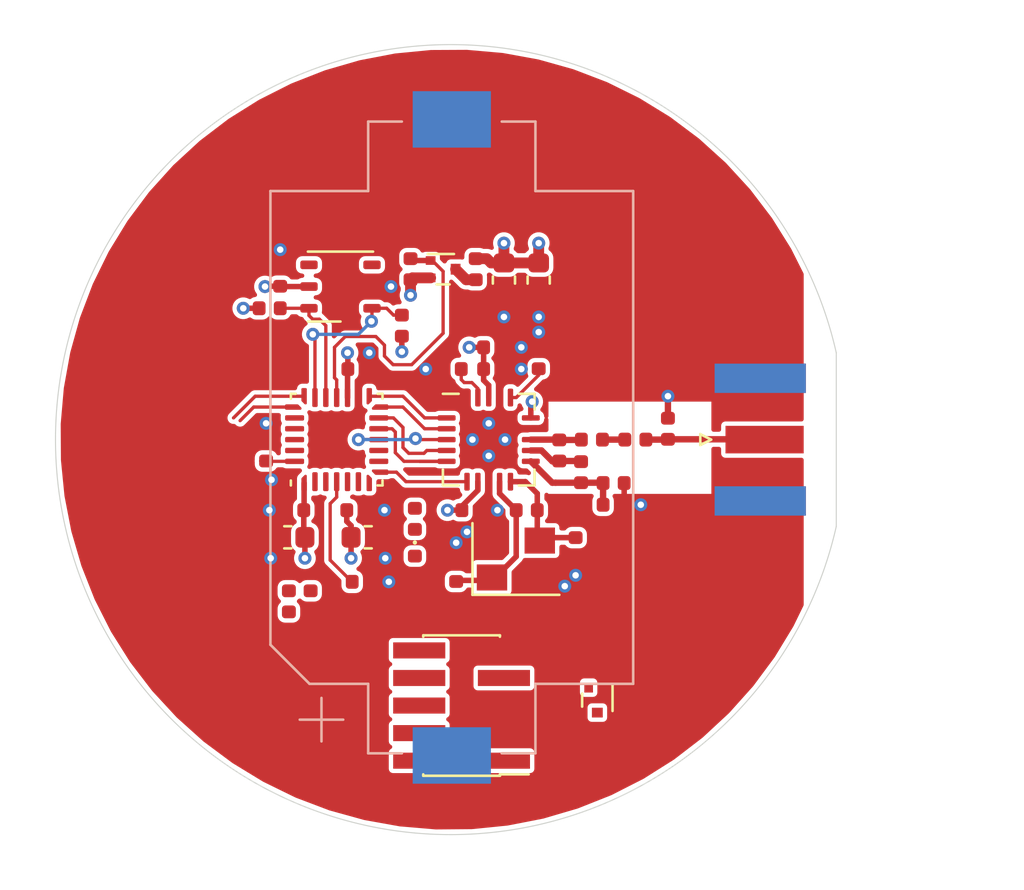
<source format=kicad_pcb>
(kicad_pcb (version 20171130) (host pcbnew 5.1.6)
  (layers (0 F.Cu signal) (1 In1.Cu power hide) (2 In2.Cu power hide) (31 B.Cu signal hide) (34 B.Paste user hide) (35 F.Paste user) (36 B.SilkS user hide) (37 F.SilkS user) (38 B.Mask user hide) (39 F.Mask user hide) (44 Edge.Cuts user))
  (net 0 "")
  (net 1 GND)
  (net 2 /NRST)
  (net 3 "Net-(C10-Pad2)")
  (net 4 "Net-(C12-Pad1)")
  (net 5 "Net-(C13-Pad1)")
  (net 6 "Net-(C14-Pad1)")
  (net 7 "Net-(C16-Pad2)")
  (net 8 "Net-(C16-Pad1)")
  (net 9 "Net-(J1-Pad8)")
  (net 10 "Net-(J1-Pad7)")
  (net 11 "Net-(J1-Pad6)")
  (net 12 /SWCLK)
  (net 13 /SWDIO)
  (net 14 "Net-(L2-Pad2)")
  (net 15 "Net-(L2-Pad1)")
  (net 16 /LED_STATUS)
  (net 17 "Net-(LD1-Pad1)")
  (net 18 "Net-(Q1-Pad3)")
  (net 19 /NRF_PWR)
  (net 20 /I2C_SCL)
  (net 21 /I2C_SDA)
  (net 22 /BOOT0)
  (net 23 "Net-(R6-Pad1)")
  (net 24 /BAT_LEVEL)
  (net 25 "Net-(U1-Pad4)")
  (net 26 "Net-(U1-Pad3)")
  (net 27 "Net-(U2-Pad26)")
  (net 28 "Net-(U2-Pad25)")
  (net 29 "Net-(U2-Pad24)")
  (net 30 "Net-(U2-Pad23)")
  (net 31 /SPI_MOSI)
  (net 32 /SPI_MISO)
  (net 33 /SPI_SCK)
  (net 34 /NRF_IRQ)
  (net 35 /NRF_CE)
  (net 36 "Net-(U2-Pad3)")
  (net 37 "Net-(U2-Pad2)")
  (net 38 "Net-(BT1-Pad1)")
  (net 39 VCC)
  (net 40 "Net-(U2-Pad9)")
  (net 41 "Net-(U2-Pad10)")
  (net 42 /NRF_CSN)
  (net 43 +VSW)
  (module Resistor_SMD:R_0402_1005Metric (layer F.Cu) (at 179.1 93.1 270)
    (fp_text reference R7)
    (fp_text value 10R)
    (pad 2 smd roundrect (at 0.485 0 270) (size 0.59 0.64) (layers F.Cu F.Paste F.Mask) (net 1 GND))
    (pad 1 smd roundrect (at -0.485 0 270) (size 0.59 0.64) (layers F.Cu F.Paste F.Mask) (net 17 "Net-(LD1-Pad1)"))
  )
  (module LED_SMD:LED_0402_1005Metric (layer F.Cu) (at 179.1 90.9 90)
    (fp_text reference LD1)
    (fp_text value BLUE)
    (fp_circle (center -1.09 0) (end -1.04 0) (layer F.SilkS) (width 0.1))
    (pad 2 smd roundrect (at 0.485 0 90) (size 0.59 0.64) (layers F.Cu F.Paste F.Mask) (net 16 /LED_STATUS))
    (pad 1 smd roundrect (at -0.485 0 90) (size 0.59 0.64) (layers F.Cu F.Paste F.Mask) (net 17 "Net-(LD1-Pad1)"))
  )
  (module Capacitor_SMD:C_0603_1608Metric (layer F.Cu) (at 184.8 79.9 270)
    (fp_text reference C19)
    (fp_text value TBD)
    (fp_line (start -0.162779 -0.51) (end 0.162779 -0.51) (layer F.SilkS) (width 0.12))
    (fp_line (start -0.162779 0.51) (end 0.162779 0.51) (layer F.SilkS) (width 0.12))
    (pad 2 smd roundrect (at 0.7875 0 270) (size 0.875 0.95) (layers F.Cu F.Paste F.Mask) (net 1 GND))
    (pad 1 smd roundrect (at -0.7875 0 270) (size 0.875 0.95) (layers F.Cu F.Paste F.Mask) (net 43 +VSW))
  )
  (module Package_TO_SOT_SMD:SOT-723 (layer F.Cu) (at 187.5 99.25 270)
    (fp_text reference Q2)
    (fp_text value NTK3139P)
    (fp_line (start 0.5 -0.7) (end -0.7 -0.7) (layer F.SilkS) (width 0.12))
    (fp_line (start -0.7 -0.7) (end -0.7 -0.7) (layer F.SilkS) (width 0.12))
    (fp_line (start 0.3 0.7) (end -0.3 0.7) (layer F.SilkS) (width 0.12))
    (pad 3 smd rect (at 0.575 0 270) (size 0.45 0.5) (layers F.Cu F.Paste F.Mask) (net 38 "Net-(BT1-Pad1)"))
    (pad 2 smd rect (at -0.575 0.4 270) (size 0.45 0.4) (layers F.Cu F.Paste F.Mask) (net 39 VCC))
    (pad 1 smd rect (at -0.575 -0.4 270) (size 0.45 0.4) (layers F.Cu F.Paste F.Mask) (net 1 GND))
  )
  (module Package_TO_SOT_SMD:SOT-723 (layer F.Cu) (at 180.4 79.4)
    (fp_text reference Q1)
    (fp_text value NTK3139P)
    (fp_line (start 0.5 -0.7) (end -0.7 -0.7) (layer F.SilkS) (width 0.12))
    (fp_line (start -0.7 -0.7) (end -0.7 -0.7) (layer F.SilkS) (width 0.12))
    (fp_line (start 0.3 0.7) (end -0.3 0.7) (layer F.SilkS) (width 0.12))
    (pad 3 smd rect (at 0.575 0) (size 0.45 0.5) (layers F.Cu F.Paste F.Mask) (net 18 "Net-(Q1-Pad3)"))
    (pad 2 smd rect (at -0.575 0.4) (size 0.45 0.4) (layers F.Cu F.Paste F.Mask) (net 39 VCC))
    (pad 1 smd rect (at -0.575 -0.4) (size 0.45 0.4) (layers F.Cu F.Paste F.Mask) (net 19 /NRF_PWR))
  )
  (module Capacitor_SMD:C_0402_1005Metric (layer F.Cu) (at 181.75 90.5 180)
    (fp_text reference C18)
    (fp_text value 10nF)
    (pad 2 smd roundrect (at 0.485 0 180) (size 0.59 0.64) (layers F.Cu F.Paste F.Mask) (net 43 +VSW))
    (pad 1 smd roundrect (at -0.485 0 180) (size 0.59 0.64) (layers F.Cu F.Paste F.Mask) (net 1 GND))
  )
  (module Connector_Coaxial:SMA_Samtec_SMA-J-P-H-ST-EM1_EdgeMount (layer F.Cu) (at 195 87.25)
    (fp_text reference J2)
    (fp_text value SMA)
    (fp_line (start -2.26 0) (end -2.76 -0.25) (layer F.SilkS) (width 0.12))
    (fp_line (start -2.76 -0.25) (end -2.76 0.25) (layer F.SilkS) (width 0.12))
    (fp_line (start -2.76 0.25) (end -2.26 0) (layer F.SilkS) (width 0.12))
    (pad 1 smd rect (at 0.2 0 90) (size 1.27 3.6) (layers F.Cu F.Paste F.Mask) (net 8 "Net-(C16-Pad1)"))
    (pad 2 smd rect (at 0 -2.825 90) (size 1.35 4.2) (layers F.Cu F.Paste F.Mask) (net 1 GND))
    (pad 2 smd rect (at 0 2.825 90) (size 1.35 4.2) (layers F.Cu F.Paste F.Mask) (net 1 GND))
    (pad 2 smd rect (at 0 -2.825 90) (size 1.35 4.2) (layers B.Cu B.Paste B.Mask) (net 1 GND))
    (pad 2 smd rect (at 0 2.825 90) (size 1.35 4.2) (layers B.Cu B.Paste B.Mask) (net 1 GND))
  )
  (module Resistor_SMD:R_0402_1005Metric (layer F.Cu) (at 178.5 82 90)
    (fp_text reference R2)
    (fp_text value 4k7)
    (pad 1 smd roundrect (at -0.485 0 90) (size 0.59 0.64) (layers F.Cu F.Paste F.Mask) (net 39 VCC))
    (pad 2 smd roundrect (at 0.485 0 90) (size 0.59 0.64) (layers F.Cu F.Paste F.Mask) (net 21 /I2C_SDA))
  )
  (module Resistor_SMD:R_0402_1005Metric (layer F.Cu) (at 172.415 81.2)
    (fp_text reference R1)
    (fp_text value 4k7)
    (pad 1 smd roundrect (at -0.485 0) (size 0.59 0.64) (layers F.Cu F.Paste F.Mask) (net 39 VCC))
    (pad 2 smd roundrect (at 0.485 0) (size 0.59 0.64) (layers F.Cu F.Paste F.Mask) (net 20 /I2C_SCL))
  )
  (module Resistor_SMD:R_0402_1005Metric (layer F.Cu) (at 174.3 94.7 270)
    (fp_text reference R9)
    (fp_text value TBD)
    (pad 2 smd roundrect (at 0.485 0 270) (size 0.59 0.64) (layers F.Cu F.Paste F.Mask) (net 1 GND))
    (pad 1 smd roundrect (at -0.485 0 270) (size 0.59 0.64) (layers F.Cu F.Paste F.Mask) (net 24 /BAT_LEVEL))
  )
  (module Resistor_SMD:R_0402_1005Metric (layer F.Cu) (at 173.3 94.7 90)
    (fp_text reference R8)
    (fp_text value TBD)
    (pad 2 smd roundrect (at 0.485 0 90) (size 0.59 0.64) (layers F.Cu F.Paste F.Mask) (net 24 /BAT_LEVEL))
    (pad 1 smd roundrect (at -0.485 0 90) (size 0.59 0.64) (layers F.Cu F.Paste F.Mask) (net 39 VCC))
  )
  (module Resistor_SMD:R_0402_1005Metric (layer F.Cu) (at 181.9 79.4 270)
    (fp_text reference R5)
    (fp_text value TBD)
    (pad 2 smd roundrect (at 0.485 0 270) (size 0.59 0.64) (layers F.Cu F.Paste F.Mask) (net 18 "Net-(Q1-Pad3)"))
    (pad 1 smd roundrect (at -0.485 0 270) (size 0.59 0.64) (layers F.Cu F.Paste F.Mask) (net 43 +VSW))
  )
  (module Resistor_SMD:R_0402_1005Metric (layer F.Cu) (at 178.9 79.4 90)
    (fp_text reference R4)
    (fp_text value 1M)
    (pad 2 smd roundrect (at 0.485 0 90) (size 0.59 0.64) (layers F.Cu F.Paste F.Mask) (net 19 /NRF_PWR))
    (pad 1 smd roundrect (at -0.485 0 90) (size 0.59 0.64) (layers F.Cu F.Paste F.Mask) (net 39 VCC))
  )
  (module Resistor_SMD:R_0402_1005Metric (layer F.Cu) (at 172.25 87.75 90)
    (fp_text reference R3)
    (fp_text value 0R)
    (pad 1 smd roundrect (at -0.485 0 90) (size 0.59 0.64) (layers F.Cu F.Paste F.Mask) (net 22 /BOOT0))
    (pad 2 smd roundrect (at 0.485 0 90) (size 0.59 0.64) (layers F.Cu F.Paste F.Mask) (net 1 GND))
  )
  (module Resistor_SMD:R_0402_1005Metric (layer F.Cu) (at 184.8 83.5 90)
    (fp_text reference R6)
    (fp_text value 22k)
    (pad 2 smd roundrect (at 0.485 0 90) (size 0.59 0.64) (layers F.Cu F.Paste F.Mask) (net 1 GND))
    (pad 1 smd roundrect (at -0.485 0 90) (size 0.59 0.64) (layers F.Cu F.Paste F.Mask) (net 23 "Net-(R6-Pad1)"))
  )
  (module Resistor_SMD:R_0402_1005Metric (layer F.Cu) (at 184.25 90.5 180)
    (fp_text reference R10)
    (fp_text value 1M)
    (pad 2 smd roundrect (at 0.485 0 180) (size 0.59 0.64) (layers F.Cu F.Paste F.Mask) (net 4 "Net-(C12-Pad1)"))
    (pad 1 smd roundrect (at -0.485 0 180) (size 0.59 0.64) (layers F.Cu F.Paste F.Mask) (net 6 "Net-(C14-Pad1)"))
  )
  (module Crystal:Crystal_SMD_3225-4Pin_3.2x2.5mm (layer F.Cu) (at 183.75 92.75)
    (fp_text reference Y1)
    (fp_text value 16MHz)
    (fp_line (start -2 -1.65) (end -2 1.65) (layer F.SilkS) (width 0.12))
    (fp_line (start -2 1.65) (end 2 1.65) (layer F.SilkS) (width 0.12))
    (pad 4 smd rect (at -1.1 -0.85) (size 1.4 1.2) (layers F.Cu F.Paste F.Mask) (net 1 GND))
    (pad 3 smd rect (at 1.1 -0.85) (size 1.4 1.2) (layers F.Cu F.Paste F.Mask) (net 6 "Net-(C14-Pad1)"))
    (pad 2 smd rect (at 1.1 0.85) (size 1.4 1.2) (layers F.Cu F.Paste F.Mask) (net 1 GND))
    (pad 1 smd rect (at -1.1 0.85) (size 1.4 1.2) (layers F.Cu F.Paste F.Mask) (net 4 "Net-(C12-Pad1)"))
  )
  (module Package_DFN_QFN:QFN-20-1EP_4x4mm_P0.5mm_EP2.5x2.5mm (layer F.Cu) (at 182.5 87.25)
    (fp_text reference U3)
    (fp_text value nRF24L01P)
    (fp_line (start 1.385 -2.11) (end 2.11 -2.11) (layer F.SilkS) (width 0.12))
    (fp_line (start 2.11 -2.11) (end 2.11 -1.385) (layer F.SilkS) (width 0.12))
    (fp_line (start -1.385 2.11) (end -2.11 2.11) (layer F.SilkS) (width 0.12))
    (fp_line (start -2.11 2.11) (end -2.11 1.385) (layer F.SilkS) (width 0.12))
    (fp_line (start 1.385 2.11) (end 2.11 2.11) (layer F.SilkS) (width 0.12))
    (fp_line (start 2.11 2.11) (end 2.11 1.385) (layer F.SilkS) (width 0.12))
    (fp_line (start -1.385 -2.11) (end -2.11 -2.11) (layer F.SilkS) (width 0.12))
    (pad 21 smd rect (at 0 0) (size 2.5 2.5) (layers F.Cu F.Mask) (net 1 GND))
    (pad 20 smd roundrect (at -1 -1.9375) (size 0.25 0.825) (layers F.Cu F.Paste F.Mask) (net 1 GND))
    (pad 19 smd roundrect (at -0.5 -1.9375) (size 0.25 0.825) (layers F.Cu F.Paste F.Mask) (net 3 "Net-(C10-Pad2)"))
    (pad 18 smd roundrect (at 0 -1.9375) (size 0.25 0.825) (layers F.Cu F.Paste F.Mask) (net 43 +VSW))
    (pad 17 smd roundrect (at 0.5 -1.9375) (size 0.25 0.825) (layers F.Cu F.Paste F.Mask) (net 1 GND))
    (pad 16 smd roundrect (at 1 -1.9375) (size 0.25 0.825) (layers F.Cu F.Paste F.Mask) (net 23 "Net-(R6-Pad1)"))
    (pad 15 smd roundrect (at 1.9375 -1) (size 0.825 0.25) (layers F.Cu F.Paste F.Mask) (net 43 +VSW))
    (pad 14 smd roundrect (at 1.9375 -0.5) (size 0.825 0.25) (layers F.Cu F.Paste F.Mask) (net 1 GND))
    (pad 13 smd roundrect (at 1.9375 0) (size 0.825 0.25) (layers F.Cu F.Paste F.Mask) (net 14 "Net-(L2-Pad2)"))
    (pad 12 smd roundrect (at 1.9375 0.5) (size 0.825 0.25) (layers F.Cu F.Paste F.Mask) (net 15 "Net-(L2-Pad1)"))
    (pad 11 smd roundrect (at 1.9375 1) (size 0.825 0.25) (layers F.Cu F.Paste F.Mask) (net 5 "Net-(C13-Pad1)"))
    (pad 10 smd roundrect (at 1 1.9375) (size 0.25 0.825) (layers F.Cu F.Paste F.Mask) (net 6 "Net-(C14-Pad1)"))
    (pad 9 smd roundrect (at 0.5 1.9375) (size 0.25 0.825) (layers F.Cu F.Paste F.Mask) (net 4 "Net-(C12-Pad1)"))
    (pad 8 smd roundrect (at 0 1.9375) (size 0.25 0.825) (layers F.Cu F.Paste F.Mask) (net 1 GND))
    (pad 7 smd roundrect (at -0.5 1.9375) (size 0.25 0.825) (layers F.Cu F.Paste F.Mask) (net 43 +VSW))
    (pad 6 smd roundrect (at -1 1.9375) (size 0.25 0.825) (layers F.Cu F.Paste F.Mask) (net 34 /NRF_IRQ))
    (pad 5 smd roundrect (at -1.9375 1) (size 0.825 0.25) (layers F.Cu F.Paste F.Mask) (net 32 /SPI_MISO))
    (pad 4 smd roundrect (at -1.9375 0.5) (size 0.825 0.25) (layers F.Cu F.Paste F.Mask) (net 31 /SPI_MOSI))
    (pad 3 smd roundrect (at -1.9375 0) (size 0.825 0.25) (layers F.Cu F.Paste F.Mask) (net 33 /SPI_SCK))
    (pad 2 smd roundrect (at -1.9375 -0.5) (size 0.825 0.25) (layers F.Cu F.Paste F.Mask) (net 42 /NRF_CSN))
    (pad 1 smd roundrect (at -1.9375 -1) (size 0.825 0.25) (layers F.Cu F.Paste F.Mask) (net 35 /NRF_CE))
  )
  (module Package_DFN_QFN:QFN-28_4x4mm_P0.5mm (layer F.Cu) (at 175.5 87.25 90)
    (fp_text reference U2)
    (fp_text value STM32L031G6Ux)
    (fp_line (start -1.885 -2.11) (end -2.11 -2.11) (layer F.SilkS) (width 0.12))
    (fp_line (start 2.11 2.11) (end 2.11 1.885) (layer F.SilkS) (width 0.12))
    (fp_line (start 1.885 2.11) (end 2.11 2.11) (layer F.SilkS) (width 0.12))
    (fp_line (start -2.11 2.11) (end -2.11 1.885) (layer F.SilkS) (width 0.12))
    (fp_line (start -1.885 2.11) (end -2.11 2.11) (layer F.SilkS) (width 0.12))
    (fp_line (start 2.11 -2.11) (end 2.11 -1.885) (layer F.SilkS) (width 0.12))
    (fp_line (start 1.885 -2.11) (end 2.11 -2.11) (layer F.SilkS) (width 0.12))
    (pad 1 smd custom (at -1.9975 -1.5 90) (size 0.136863 0.136863) (layers F.Cu F.Paste F.Mask) (net 39 VCC) (options (clearance outline) (anchor circle)) (primitives (gr_poly (pts (xy -0.3325 -0.08) (xy 0.19886 -0.08) (xy 0.3325 0.05364) (xy 0.3325 0.08) (xy -0.3325 0.08)) (width 0.09))))
    (pad 2 smd roundrect (at -1.9375 -1 90) (size 0.875 0.25) (layers F.Cu F.Paste F.Mask) (net 37 "Net-(U2-Pad2)"))
    (pad 3 smd roundrect (at -1.9375 -0.5 90) (size 0.875 0.25) (layers F.Cu F.Paste F.Mask) (net 36 "Net-(U2-Pad3)"))
    (pad 4 smd roundrect (at -1.9375 0 90) (size 0.875 0.25) (layers F.Cu F.Paste F.Mask) (net 2 /NRST))
    (pad 5 smd roundrect (at -1.9375 0.5 90) (size 0.875 0.25) (layers F.Cu F.Paste F.Mask) (net 39 VCC))
    (pad 6 smd roundrect (at -1.9375 1 90) (size 0.875 0.25) (layers F.Cu F.Paste F.Mask) (net 16 /LED_STATUS))
    (pad 7 smd custom (at -1.9975 1.5 90) (size 0.136863 0.136863) (layers F.Cu F.Paste F.Mask) (net 24 /BAT_LEVEL) (options (clearance outline) (anchor circle)) (primitives (gr_poly (pts (xy -0.3325 -0.08) (xy 0.3325 -0.08) (xy 0.3325 -0.05364) (xy 0.19886 0.08) (xy -0.3325 0.08)) (width 0.09))))
    (pad 8 smd custom (at -1.5 1.9975 90) (size 0.136863 0.136863) (layers F.Cu F.Paste F.Mask) (net 34 /NRF_IRQ) (options (clearance outline) (anchor circle)) (primitives (gr_poly (pts (xy -0.08 -0.19886) (xy 0.05364 -0.3325) (xy 0.08 -0.3325) (xy 0.08 0.3325) (xy -0.08 0.3325)) (width 0.09))))
    (pad 9 smd roundrect (at -1 1.9375 90) (size 0.25 0.875) (layers F.Cu F.Paste F.Mask) (net 40 "Net-(U2-Pad9)"))
    (pad 10 smd roundrect (at -0.5 1.9375 90) (size 0.25 0.875) (layers F.Cu F.Paste F.Mask) (net 41 "Net-(U2-Pad10)"))
    (pad 11 smd roundrect (at 0 1.9375 90) (size 0.25 0.875) (layers F.Cu F.Paste F.Mask) (net 33 /SPI_SCK))
    (pad 12 smd roundrect (at 0.5 1.9375 90) (size 0.25 0.875) (layers F.Cu F.Paste F.Mask) (net 32 /SPI_MISO))
    (pad 13 smd roundrect (at 1 1.9375 90) (size 0.25 0.875) (layers F.Cu F.Paste F.Mask) (net 31 /SPI_MOSI))
    (pad 14 smd custom (at 1.5 1.9975 90) (size 0.136863 0.136863) (layers F.Cu F.Paste F.Mask) (net 42 /NRF_CSN) (options (clearance outline) (anchor circle)) (primitives (gr_poly (pts (xy -0.08 -0.3325) (xy -0.05364 -0.3325) (xy 0.08 -0.19886) (xy 0.08 0.3325) (xy -0.08 0.3325)) (width 0.09))))
    (pad 15 smd custom (at 1.9975 1.5 90) (size 0.136863 0.136863) (layers F.Cu F.Paste F.Mask) (net 35 /NRF_CE) (options (clearance outline) (anchor circle)) (primitives (gr_poly (pts (xy -0.3325 -0.08) (xy 0.3325 -0.08) (xy 0.3325 0.08) (xy -0.19886 0.08) (xy -0.3325 -0.05364)) (width 0.09))))
    (pad 16 smd roundrect (at 1.9375 1 90) (size 0.875 0.25) (layers F.Cu F.Paste F.Mask) (net 1 GND))
    (pad 17 smd roundrect (at 1.9375 0.5 90) (size 0.875 0.25) (layers F.Cu F.Paste F.Mask) (net 39 VCC))
    (pad 18 smd roundrect (at 1.9375 0 90) (size 0.875 0.25) (layers F.Cu F.Paste F.Mask) (net 19 /NRF_PWR))
    (pad 19 smd roundrect (at 1.9375 -0.5 90) (size 0.875 0.25) (layers F.Cu F.Paste F.Mask) (net 20 /I2C_SCL))
    (pad 20 smd roundrect (at 1.9375 -1 90) (size 0.875 0.25) (layers F.Cu F.Paste F.Mask) (net 21 /I2C_SDA))
    (pad 21 smd custom (at 1.9975 -1.5 90) (size 0.136863 0.136863) (layers F.Cu F.Paste F.Mask) (net 13 /SWDIO) (options (clearance outline) (anchor circle)) (primitives (gr_poly (pts (xy -0.3325 0.05364) (xy -0.19886 -0.08) (xy 0.3325 -0.08) (xy 0.3325 0.08) (xy -0.3325 0.08)) (width 0.09))))
    (pad 22 smd custom (at 1.5 -1.9975 90) (size 0.136863 0.136863) (layers F.Cu F.Paste F.Mask) (net 12 /SWCLK) (options (clearance outline) (anchor circle)) (primitives (gr_poly (pts (xy -0.08 -0.3325) (xy 0.08 -0.3325) (xy 0.08 0.19886) (xy -0.05364 0.3325) (xy -0.08 0.3325)) (width 0.09))))
    (pad 23 smd roundrect (at 1 -1.9375 90) (size 0.25 0.875) (layers F.Cu F.Paste F.Mask) (net 30 "Net-(U2-Pad23)"))
    (pad 24 smd roundrect (at 0.5 -1.9375 90) (size 0.25 0.875) (layers F.Cu F.Paste F.Mask) (net 29 "Net-(U2-Pad24)"))
    (pad 25 smd roundrect (at 0 -1.9375 90) (size 0.25 0.875) (layers F.Cu F.Paste F.Mask) (net 28 "Net-(U2-Pad25)"))
    (pad 26 smd roundrect (at -0.5 -1.9375 90) (size 0.25 0.875) (layers F.Cu F.Paste F.Mask) (net 27 "Net-(U2-Pad26)"))
    (pad 27 smd roundrect (at -1 -1.9375 90) (size 0.25 0.875) (layers F.Cu F.Paste F.Mask) (net 22 /BOOT0))
    (pad 28 smd custom (at -1.5 -1.9975 90) (size 0.136863 0.136863) (layers F.Cu F.Paste F.Mask) (net 1 GND) (options (clearance outline) (anchor circle)) (primitives (gr_poly (pts (xy -0.08 -0.3325) (xy 0.08 -0.3325) (xy 0.08 0.3325) (xy 0.05364 0.3325) (xy -0.08 0.19886)) (width 0.09))))
  )
  (module Package_DFN_QFN:DFN-6-1EP_3x3mm_P1mm_EP1.5x2.4mm (layer F.Cu) (at 175.675 80.2 180)
    (fp_text reference U1)
    (fp_text value Si7021-A20)
    (fp_line (start 0 -1.61) (end 1.5 -1.61) (layer F.SilkS) (width 0.12))
    (fp_line (start -1.5 1.61) (end 1.5 1.61) (layer F.SilkS) (width 0.12))
    (pad 7 smd rect (at 0 0 180) (size 1.5 2.4) (layers F.Cu F.Mask) (net 1 GND))
    (pad 6 smd roundrect (at 1.45 -1 180) (size 0.8 0.4) (layers F.Cu F.Paste F.Mask) (net 20 /I2C_SCL))
    (pad 5 smd roundrect (at 1.45 0 180) (size 0.8 0.4) (layers F.Cu F.Paste F.Mask) (net 39 VCC))
    (pad 4 smd roundrect (at 1.45 1 180) (size 0.8 0.4) (layers F.Cu F.Paste F.Mask) (net 25 "Net-(U1-Pad4)"))
    (pad 3 smd roundrect (at -1.45 1 180) (size 0.8 0.4) (layers F.Cu F.Paste F.Mask) (net 26 "Net-(U1-Pad3)"))
    (pad 2 smd roundrect (at -1.45 0 180) (size 0.8 0.4) (layers F.Cu F.Paste F.Mask) (net 1 GND))
    (pad 1 smd roundrect (at -1.45 -1 180) (size 0.8 0.4) (layers F.Cu F.Paste F.Mask) (net 21 /I2C_SDA))
  )
  (module Inductor_SMD:L_0402_1005Metric (layer F.Cu) (at 187.25 87.25 180)
    (fp_text reference L4)
    (fp_text value 3.9nH)
    (pad 2 smd roundrect (at 0.485 0 180) (size 0.59 0.64) (layers F.Cu F.Paste F.Mask) (net 14 "Net-(L2-Pad2)"))
    (pad 1 smd roundrect (at -0.485 0 180) (size 0.59 0.64) (layers F.Cu F.Paste F.Mask) (net 7 "Net-(C16-Pad2)"))
  )
  (module Inductor_SMD:L_0402_1005Metric (layer F.Cu) (at 186.75 88.75 270)
    (fp_text reference L3)
    (fp_text value 2.7nH)
    (pad 2 smd roundrect (at 0.485 0 270) (size 0.59 0.64) (layers F.Cu F.Paste F.Mask) (net 5 "Net-(C13-Pad1)"))
    (pad 1 smd roundrect (at -0.485 0 270) (size 0.59 0.64) (layers F.Cu F.Paste F.Mask) (net 15 "Net-(L2-Pad1)"))
  )
  (module Inductor_SMD:L_0402_1005Metric (layer F.Cu) (at 185.75 87.75 90)
    (fp_text reference L2)
    (fp_text value 8.2nH)
    (pad 2 smd roundrect (at 0.485 0 90) (size 0.59 0.64) (layers F.Cu F.Paste F.Mask) (net 14 "Net-(L2-Pad2)"))
    (pad 1 smd roundrect (at -0.485 0 90) (size 0.59 0.64) (layers F.Cu F.Paste F.Mask) (net 15 "Net-(L2-Pad1)"))
  )
  (module Connector_PinHeader_1.27mm:PinHeader_2x05_P1.27mm_Vertical_SMD (layer F.Cu) (at 181.25 99.5 180)
    (fp_text reference J1)
    (fp_text value Conn_ARM_JTAG_SWD_10)
    (fp_line (start -1.765 -3.235) (end 1.765 -3.235) (layer F.SilkS) (width 0.12))
    (fp_line (start -1.765 3.235) (end 1.765 3.235) (layer F.SilkS) (width 0.12))
    (fp_line (start -3.09 -3.17) (end -1.765 -3.17) (layer F.SilkS) (width 0.12))
    (fp_line (start -1.765 -3.235) (end -1.765 -3.17) (layer F.SilkS) (width 0.12))
    (fp_line (start 1.765 -3.235) (end 1.765 -3.17) (layer F.SilkS) (width 0.12))
    (fp_line (start -1.765 3.17) (end -1.765 3.235) (layer F.SilkS) (width 0.12))
    (fp_line (start 1.765 3.17) (end 1.765 3.235) (layer F.SilkS) (width 0.12))
    (pad 10 smd rect (at 1.95 2.54 180) (size 2.4 0.74) (layers F.Cu F.Paste F.Mask) (net 2 /NRST))
    (pad 9 smd rect (at -1.95 2.54 180) (size 2.4 0.74) (layers F.Cu F.Paste F.Mask) (net 1 GND))
    (pad 8 smd rect (at 1.95 1.27 180) (size 2.4 0.74) (layers F.Cu F.Paste F.Mask) (net 9 "Net-(J1-Pad8)"))
    (pad 7 smd rect (at -1.95 1.27 180) (size 2.4 0.74) (layers F.Cu F.Paste F.Mask) (net 10 "Net-(J1-Pad7)"))
    (pad 6 smd rect (at 1.95 0 180) (size 2.4 0.74) (layers F.Cu F.Paste F.Mask) (net 11 "Net-(J1-Pad6)"))
    (pad 5 smd rect (at -1.95 0 180) (size 2.4 0.74) (layers F.Cu F.Paste F.Mask) (net 1 GND))
    (pad 4 smd rect (at 1.95 -1.27 180) (size 2.4 0.74) (layers F.Cu F.Paste F.Mask) (net 12 /SWCLK))
    (pad 3 smd rect (at -1.95 -1.27 180) (size 2.4 0.74) (layers F.Cu F.Paste F.Mask) (net 1 GND))
    (pad 2 smd rect (at 1.95 -2.54 180) (size 2.4 0.74) (layers F.Cu F.Paste F.Mask) (net 13 /SWDIO))
    (pad 1 smd rect (at -1.95 -2.54 180) (size 2.4 0.74) (layers F.Cu F.Paste F.Mask) (net 39 VCC))
  )
  (module Capacitor_SMD:C_0402_1005Metric (layer F.Cu) (at 190.75 86.75 270)
    (fp_text reference C17)
    (fp_text value 1.0pF)
    (pad 2 smd roundrect (at 0.485 0 270) (size 0.59 0.64) (layers F.Cu F.Paste F.Mask) (net 8 "Net-(C16-Pad1)"))
    (pad 1 smd roundrect (at -0.485 0 270) (size 0.59 0.64) (layers F.Cu F.Paste F.Mask) (net 1 GND))
  )
  (module Capacitor_SMD:C_0402_1005Metric (layer F.Cu) (at 189.25 87.25 180)
    (fp_text reference C16)
    (fp_text value 1.5pF)
    (pad 2 smd roundrect (at 0.485 0 180) (size 0.59 0.64) (layers F.Cu F.Paste F.Mask) (net 7 "Net-(C16-Pad2)"))
    (pad 1 smd roundrect (at -0.485 0 180) (size 0.59 0.64) (layers F.Cu F.Paste F.Mask) (net 8 "Net-(C16-Pad1)"))
  )
  (module Capacitor_SMD:C_0402_1005Metric (layer F.Cu) (at 188.25 89.25)
    (fp_text reference C15)
    (fp_text value 4.7pF)
    (pad 2 smd roundrect (at 0.485 0) (size 0.59 0.64) (layers F.Cu F.Paste F.Mask) (net 1 GND))
    (pad 1 smd roundrect (at -0.485 0) (size 0.59 0.64) (layers F.Cu F.Paste F.Mask) (net 5 "Net-(C13-Pad1)"))
  )
  (module Capacitor_SMD:C_0402_1005Metric (layer F.Cu) (at 186.5 92.25 270)
    (fp_text reference C14)
    (fp_text value 22pF)
    (pad 2 smd roundrect (at 0.485 0 270) (size 0.59 0.64) (layers F.Cu F.Paste F.Mask) (net 1 GND))
    (pad 1 smd roundrect (at -0.485 0 270) (size 0.59 0.64) (layers F.Cu F.Paste F.Mask) (net 6 "Net-(C14-Pad1)"))
  )
  (module Capacitor_SMD:C_0402_1005Metric (layer F.Cu) (at 188.25 90.25)
    (fp_text reference C13)
    (fp_text value 2.2nF)
    (pad 2 smd roundrect (at 0.485 0) (size 0.59 0.64) (layers F.Cu F.Paste F.Mask) (net 1 GND))
    (pad 1 smd roundrect (at -0.485 0) (size 0.59 0.64) (layers F.Cu F.Paste F.Mask) (net 5 "Net-(C13-Pad1)"))
  )
  (module Capacitor_SMD:C_0402_1005Metric (layer F.Cu) (at 181 93.3 90)
    (fp_text reference C12)
    (fp_text value 22pF)
    (pad 2 smd roundrect (at 0.485 0 90) (size 0.59 0.64) (layers F.Cu F.Paste F.Mask) (net 1 GND))
    (pad 1 smd roundrect (at -0.485 0 90) (size 0.59 0.64) (layers F.Cu F.Paste F.Mask) (net 4 "Net-(C12-Pad1)"))
  )
  (module Capacitor_SMD:C_0402_1005Metric (layer F.Cu) (at 182.75 84 180)
    (fp_text reference C11)
    (fp_text value 1nF)
    (pad 2 smd roundrect (at 0.485 0 180) (size 0.59 0.64) (layers F.Cu F.Paste F.Mask) (net 43 +VSW))
    (pad 1 smd roundrect (at -0.485 0 180) (size 0.59 0.64) (layers F.Cu F.Paste F.Mask) (net 1 GND))
  )
  (module Capacitor_SMD:C_0402_1005Metric (layer F.Cu) (at 180.75 84)
    (fp_text reference C10)
    (fp_text value 33nF)
    (pad 2 smd roundrect (at 0.485 0) (size 0.59 0.64) (layers F.Cu F.Paste F.Mask) (net 3 "Net-(C10-Pad2)"))
    (pad 1 smd roundrect (at -0.485 0) (size 0.59 0.64) (layers F.Cu F.Paste F.Mask) (net 1 GND))
  )
  (module Capacitor_SMD:C_0402_1005Metric (layer F.Cu) (at 182.75 83 180)
    (fp_text reference C9)
    (fp_text value 10nF)
    (pad 2 smd roundrect (at 0.485 0 180) (size 0.59 0.64) (layers F.Cu F.Paste F.Mask) (net 43 +VSW))
    (pad 1 smd roundrect (at -0.485 0 180) (size 0.59 0.64) (layers F.Cu F.Paste F.Mask) (net 1 GND))
  )
  (module Capacitor_SMD:C_0603_1608Metric (layer F.Cu) (at 183.2 79.9 270)
    (fp_text reference C8)
    (fp_text value TBD)
    (fp_line (start -0.162779 -0.51) (end 0.162779 -0.51) (layer F.SilkS) (width 0.12))
    (fp_line (start -0.162779 0.51) (end 0.162779 0.51) (layer F.SilkS) (width 0.12))
    (pad 2 smd roundrect (at 0.7875 0 270) (size 0.875 0.95) (layers F.Cu F.Paste F.Mask) (net 1 GND))
    (pad 1 smd roundrect (at -0.7875 0 270) (size 0.875 0.95) (layers F.Cu F.Paste F.Mask) (net 43 +VSW))
  )
  (module Capacitor_SMD:C_0603_1608Metric (layer F.Cu) (at 176.95 91.75)
    (fp_text reference C7)
    (fp_text value 1uF)
    (fp_line (start -0.162779 0.51) (end 0.162779 0.51) (layer F.SilkS) (width 0.12))
    (fp_line (start -0.162779 -0.51) (end 0.162779 -0.51) (layer F.SilkS) (width 0.12))
    (pad 1 smd roundrect (at -0.7875 0) (size 0.875 0.95) (layers F.Cu F.Paste F.Mask) (net 39 VCC))
    (pad 2 smd roundrect (at 0.7875 0) (size 0.875 0.95) (layers F.Cu F.Paste F.Mask) (net 1 GND))
  )
  (module Capacitor_SMD:C_0402_1005Metric (layer F.Cu) (at 176.45 90.5)
    (fp_text reference C6)
    (fp_text value 100nF)
    (pad 2 smd roundrect (at 0.485 0) (size 0.59 0.64) (layers F.Cu F.Paste F.Mask) (net 1 GND))
    (pad 1 smd roundrect (at -0.485 0) (size 0.59 0.64) (layers F.Cu F.Paste F.Mask) (net 39 VCC))
  )
  (module Capacitor_SMD:C_0402_1005Metric (layer F.Cu) (at 176.5 84)
    (fp_text reference C5)
    (fp_text value 100nF)
    (pad 1 smd roundrect (at -0.485 0) (size 0.59 0.64) (layers F.Cu F.Paste F.Mask) (net 39 VCC))
    (pad 2 smd roundrect (at 0.485 0) (size 0.59 0.64) (layers F.Cu F.Paste F.Mask) (net 1 GND))
  )
  (module Capacitor_SMD:C_0402_1005Metric (layer F.Cu) (at 173.5 90.5 180)
    (fp_text reference C4)
    (fp_text value 100nF)
    (pad 1 smd roundrect (at -0.485 0 180) (size 0.59 0.64) (layers F.Cu F.Paste F.Mask) (net 39 VCC))
    (pad 2 smd roundrect (at 0.485 0 180) (size 0.59 0.64) (layers F.Cu F.Paste F.Mask) (net 1 GND))
  )
  (module Capacitor_SMD:C_0402_1005Metric (layer F.Cu) (at 172.9 79.7 90)
    (fp_text reference C3)
    (fp_text value 100nF)
    (pad 2 smd roundrect (at 0.485 0 90) (size 0.59 0.64) (layers F.Cu F.Paste F.Mask) (net 1 GND))
    (pad 1 smd roundrect (at -0.485 0 90) (size 0.59 0.64) (layers F.Cu F.Paste F.Mask) (net 39 VCC))
  )
  (module Capacitor_SMD:C_0402_1005Metric (layer F.Cu) (at 176.7 93.8 180)
    (fp_text reference C2)
    (fp_text value 100nF)
    (pad 1 smd roundrect (at -0.485 0 180) (size 0.59 0.64) (layers F.Cu F.Paste F.Mask) (net 1 GND))
    (pad 2 smd roundrect (at 0.485 0 180) (size 0.59 0.64) (layers F.Cu F.Paste F.Mask) (net 2 /NRST))
  )
  (module Capacitor_SMD:C_0603_1608Metric (layer F.Cu) (at 173.25 91.75 180)
    (fp_text reference C1)
    (fp_text value 10uF)
    (fp_line (start -0.162779 0.51) (end 0.162779 0.51) (layer F.SilkS) (width 0.12))
    (fp_line (start -0.162779 -0.51) (end 0.162779 -0.51) (layer F.SilkS) (width 0.12))
    (pad 1 smd roundrect (at -0.7875 0 180) (size 0.875 0.95) (layers F.Cu F.Paste F.Mask) (net 39 VCC))
    (pad 2 smd roundrect (at 0.7875 0 180) (size 0.875 0.95) (layers F.Cu F.Paste F.Mask) (net 1 GND))
  )
  (module Battery:BatteryHolder_Keystone_1060_1x2032 (layer B.Cu) (at 180.8 87.15 90)
    (fp_text reference BT1)
    (fp_text value CR2032)
    (fp_line (start 11.35 -3.85) (end 14.55 -3.85) (layer B.SilkS) (width 0.12))
    (fp_line (start 14.55 -3.85) (end 14.55 -2.3) (layer B.SilkS) (width 0.12))
    (fp_line (start 11.35 -8.35) (end 11.35 -3.85) (layer B.SilkS) (width 0.12))
    (fp_line (start 11.35 -8.35) (end -9.55 -8.35) (layer B.SilkS) (width 0.12))
    (fp_line (start -11.35 -6.55) (end -11.35 -3.85) (layer B.SilkS) (width 0.12))
    (fp_line (start -9.55 -8.35) (end -11.35 -6.55) (layer B.SilkS) (width 0.12))
    (fp_line (start -11.35 -3.85) (end -14.55 -3.85) (layer B.SilkS) (width 0.12))
    (fp_line (start -14.55 -3.85) (end -14.55 -2.3) (layer B.SilkS) (width 0.12))
    (fp_line (start -11.35 3.85) (end -14.55 3.85) (layer B.SilkS) (width 0.12))
    (fp_line (start -14.55 3.85) (end -14.55 2.3) (layer B.SilkS) (width 0.12))
    (fp_line (start 11.35 3.85) (end 14.55 3.85) (layer B.SilkS) (width 0.12))
    (fp_line (start 14.55 3.85) (end 14.55 2.3) (layer B.SilkS) (width 0.12))
    (fp_line (start -11.35 8.35) (end 11.35 8.35) (layer B.SilkS) (width 0.12))
    (fp_line (start -11.35 8.35) (end -11.35 3.85) (layer B.SilkS) (width 0.12))
    (fp_line (start 11.35 8.35) (end 11.35 3.85) (layer B.SilkS) (width 0.12))
    (fp_line (start -13 -5) (end -13 -7) (layer B.SilkS) (width 0.12))
    (fp_line (start -12 -6) (end -14 -6) (layer B.SilkS) (width 0.12))
    (pad 1 smd rect (at -14.65 0 270) (size 2.6 3.6) (layers B.Cu B.Paste B.Mask) (net 38 "Net-(BT1-Pad1)"))
    (pad 2 smd rect (at 14.65 0 270) (size 2.6 3.6) (layers B.Cu B.Paste B.Mask) (net 1 GND))
  )
  (gr_arc (start 180.75 87.25) (end 198.499999 83.250001) (angle -334.600831) (layer Edge.Cuts) (width 0.05))
  (gr_line (start 198.5 83.25) (end 198.5 91.25) (layer Edge.Cuts) (width 0.05))
  (via (at 182.5 88) (size 0.6) (drill 0.3) (layers F.Cu B.Cu) (net 1))
  (via (at 182.5 86.5) (size 0.6) (drill 0.3) (layers F.Cu B.Cu) (net 1))
  (via (at 183.25 87.25) (size 0.6) (drill 0.3) (layers F.Cu B.Cu) (net 1))
  (via (at 181.75 87.25) (size 0.6) (drill 0.3) (layers F.Cu B.Cu) (net 1))
  (via (at 184 84) (size 0.6) (drill 0.3) (layers F.Cu B.Cu) (net 1))
  (via (at 184 83) (size 0.6) (drill 0.3) (layers F.Cu B.Cu) (net 1))
  (via (at 182.9 90.5) (size 0.6) (drill 0.3) (layers F.Cu B.Cu) (net 1))
  (segment (start 181.5 85.3125) (end 180.8125 85.3125) (width 0.1524) (layer F.Cu) (net 1))
  (segment (start 180.265 84.765) (end 180.265 84) (width 0.1524) (layer F.Cu) (net 1))
  (segment (start 180.8125 85.3125) (end 180.265 84.765) (width 0.1524) (layer F.Cu) (net 1))
  (via (at 177.7 90.5) (size 0.6) (drill 0.3) (layers F.Cu B.Cu) (net 1))
  (via (at 172.400006 90.5) (size 0.6) (drill 0.3) (layers F.Cu B.Cu) (net 1))
  (via (at 172.4625 92.712562) (size 0.6) (drill 0.3) (layers F.Cu B.Cu) (net 1))
  (via (at 172.25 86.499988) (size 0.6) (drill 0.3) (layers F.Cu B.Cu) (net 1))
  (segment (start 172.25 87.265) (end 172.25 86.499988) (width 0.1524) (layer F.Cu) (net 1))
  (segment (start 172.4625 91.75) (end 172.4625 92.712562) (width 0.254) (layer F.Cu) (net 1))
  (segment (start 173.015 90.5) (end 172.400006 90.5) (width 0.254) (layer F.Cu) (net 1))
  (segment (start 176.935 90.5) (end 177.7 90.5) (width 0.254) (layer F.Cu) (net 1))
  (segment (start 182.5 89.821842) (end 182.270921 90.050921) (width 0.254) (layer F.Cu) (net 1))
  (segment (start 182.5 89.1875) (end 182.5 89.821842) (width 0.254) (layer F.Cu) (net 1))
  (segment (start 182.270921 90.464079) (end 182.235 90.5) (width 0.254) (layer F.Cu) (net 1))
  (segment (start 182.270921 90.050921) (end 182.270921 90.464079) (width 0.254) (layer F.Cu) (net 1))
  (segment (start 182.235 90.5) (end 182.9 90.5) (width 0.254) (layer F.Cu) (net 1))
  (segment (start 183.235 84) (end 184 84) (width 0.254) (layer F.Cu) (net 1))
  (segment (start 183 85.3125) (end 183 84.75) (width 0.254) (layer F.Cu) (net 1))
  (segment (start 183 84.75) (end 183.235 84.515) (width 0.254) (layer F.Cu) (net 1))
  (segment (start 183.235 84.515) (end 183.235 84) (width 0.254) (layer F.Cu) (net 1))
  (segment (start 183.235 83) (end 184 83) (width 0.254) (layer F.Cu) (net 1))
  (via (at 181.499991 91.500009) (size 0.6) (drill 0.3) (layers F.Cu B.Cu) (net 1))
  (via (at 185.999986 94.000014) (size 0.6) (drill 0.3) (layers F.Cu B.Cu) (net 1))
  (via (at 186.5 93.5) (size 0.6) (drill 0.3) (layers F.Cu B.Cu) (net 1))
  (via (at 181 91.999992) (size 0.6) (drill 0.3) (layers F.Cu B.Cu) (net 1))
  (segment (start 185.250014 94.000014) (end 185.999986 94.000014) (width 0.254) (layer F.Cu) (net 1))
  (segment (start 184.85 93.6) (end 185.250014 94.000014) (width 0.254) (layer F.Cu) (net 1))
  (segment (start 186.5 92.735) (end 186.5 93.5) (width 0.254) (layer F.Cu) (net 1))
  (segment (start 181 91.999992) (end 181 92.765) (width 0.254) (layer F.Cu) (net 1))
  (segment (start 182.000009 91.500009) (end 181.499991 91.500009) (width 0.254) (layer F.Cu) (net 1))
  (segment (start 182.65 91.9) (end 182.4 91.9) (width 0.254) (layer F.Cu) (net 1))
  (segment (start 182.4 91.9) (end 182.000009 91.500009) (width 0.254) (layer F.Cu) (net 1))
  (via (at 179.60002 84) (size 0.6) (drill 0.3) (layers F.Cu B.Cu) (net 1))
  (segment (start 180.265 84) (end 179.60002 84) (width 0.254) (layer F.Cu) (net 1))
  (via (at 184.79999 82.300002) (size 0.6) (drill 0.3) (layers F.Cu B.Cu) (net 1))
  (segment (start 184.8 82.300012) (end 184.79999 82.300002) (width 0.254) (layer F.Cu) (net 1))
  (segment (start 184.8 83.015) (end 184.8 82.300012) (width 0.254) (layer F.Cu) (net 1))
  (segment (start 176.985 84) (end 176.985 83.265) (width 0.254) (layer F.Cu) (net 1))
  (via (at 177 83.25) (size 0.6) (drill 0.3) (layers F.Cu B.Cu) (net 1))
  (segment (start 176.985 83.265) (end 177 83.25) (width 0.254) (layer F.Cu) (net 1))
  (via (at 172.9 78.5) (size 0.6) (drill 0.3) (layers F.Cu B.Cu) (net 1))
  (segment (start 172.9 79.215) (end 172.9 78.5) (width 0.254) (layer F.Cu) (net 1))
  (via (at 172.5 89.1) (size 0.6) (drill 0.3) (layers F.Cu B.Cu) (net 1))
  (segment (start 173.5025 88.75) (end 172.85 88.75) (width 0.254) (layer F.Cu) (net 1))
  (segment (start 172.85 88.75) (end 172.5 89.1) (width 0.254) (layer F.Cu) (net 1))
  (via (at 178 80.2) (size 0.6) (drill 0.3) (layers F.Cu B.Cu) (net 1))
  (segment (start 177.125 80.2) (end 178 80.2) (width 0.254) (layer F.Cu) (net 1))
  (segment (start 177.7375 92.7125) (end 177.737484 92.712516) (width 0.254) (layer F.Cu) (net 1))
  (via (at 177.737484 92.712516) (size 0.6) (drill 0.3) (layers F.Cu B.Cu) (net 1))
  (segment (start 177.7375 91.75) (end 177.7375 92.7125) (width 0.254) (layer F.Cu) (net 1))
  (via (at 183.2 81.6) (size 0.6) (drill 0.3) (layers F.Cu B.Cu) (net 1))
  (via (at 184.8 81.6) (size 0.6) (drill 0.3) (layers F.Cu B.Cu) (net 1))
  (segment (start 184.8 80.6875) (end 184.8 81.6) (width 0.5) (layer F.Cu) (net 1))
  (segment (start 183.2 80.6875) (end 183.2 81.6) (width 0.5) (layer F.Cu) (net 1))
  (segment (start 176.985 84.215) (end 176.985 84) (width 0.254) (layer F.Cu) (net 1))
  (segment (start 176.5 85.3125) (end 176.5 84.7) (width 0.254) (layer F.Cu) (net 1))
  (segment (start 176.5 84.7) (end 176.985 84.215) (width 0.254) (layer F.Cu) (net 1))
  (segment (start 183 86.75) (end 182.5 87.25) (width 0.254) (layer F.Cu) (net 1))
  (segment (start 184.4375 86.75) (end 183 86.75) (width 0.254) (layer F.Cu) (net 1))
  (via (at 177.9 93.8) (size 0.6) (drill 0.3) (layers F.Cu B.Cu) (net 1))
  (segment (start 177.185 93.8) (end 177.9 93.8) (width 0.254) (layer F.Cu) (net 1))
  (segment (start 188.735 89.25) (end 188.735 90.25) (width 0.254) (layer F.Cu) (net 1))
  (via (at 190.75 85.25) (size 0.6) (drill 0.3) (layers F.Cu B.Cu) (net 1))
  (segment (start 190.75 86.265) (end 190.75 85.25) (width 0.29337) (layer F.Cu) (net 1))
  (via (at 189.499982 90.25) (size 0.6) (drill 0.3) (layers F.Cu B.Cu) (net 1))
  (segment (start 188.735 90.25) (end 189.499982 90.25) (width 0.29337) (layer F.Cu) (net 1))
  (segment (start 175.2 90.2) (end 175.2 92.8) (width 0.1524) (layer F.Cu) (net 2))
  (segment (start 176.2 93.8) (end 176.215 93.8) (width 0.1524) (layer F.Cu) (net 2))
  (segment (start 175.5 89.1875) (end 175.5 89.9) (width 0.1524) (layer F.Cu) (net 2))
  (segment (start 175.2 92.8) (end 176.2 93.8) (width 0.1524) (layer F.Cu) (net 2))
  (segment (start 175.5 89.9) (end 175.2 90.2) (width 0.1524) (layer F.Cu) (net 2))
  (segment (start 182 84.9) (end 182 85.3125) (width 0.1524) (layer F.Cu) (net 3))
  (segment (start 181.72379 84.62379) (end 182 84.9) (width 0.1524) (layer F.Cu) (net 3))
  (segment (start 181.37379 84.62379) (end 181.72379 84.62379) (width 0.1524) (layer F.Cu) (net 3))
  (segment (start 181.235 84.485) (end 181.37379 84.62379) (width 0.1524) (layer F.Cu) (net 3))
  (segment (start 181.235 84) (end 181.235 84.485) (width 0.1524) (layer F.Cu) (net 3))
  (segment (start 183 89.735) (end 183.765 90.5) (width 0.254) (layer F.Cu) (net 4))
  (segment (start 183 89.1875) (end 183 89.735) (width 0.254) (layer F.Cu) (net 4))
  (segment (start 182.515 93.735) (end 182.65 93.6) (width 0.254) (layer F.Cu) (net 4))
  (segment (start 181 93.735) (end 182.515 93.735) (width 0.254) (layer F.Cu) (net 4))
  (segment (start 182.8 93.6) (end 182.65 93.6) (width 0.254) (layer F.Cu) (net 4))
  (segment (start 183.765 90.5) (end 183.765 92.635) (width 0.254) (layer F.Cu) (net 4))
  (segment (start 183.765 92.635) (end 182.8 93.6) (width 0.254) (layer F.Cu) (net 4))
  (segment (start 185.57875 89.235) (end 186.75 89.235) (width 0.29337) (layer F.Cu) (net 5))
  (segment (start 187.75 89.235) (end 187.765 89.25) (width 0.29337) (layer F.Cu) (net 5))
  (segment (start 186.75 89.235) (end 187.75 89.235) (width 0.29337) (layer F.Cu) (net 5))
  (segment (start 187.765 89.25) (end 187.765 90.25) (width 0.29337) (layer F.Cu) (net 5))
  (segment (start 185.4225 89.235) (end 185.57875 89.235) (width 0.29337) (layer F.Cu) (net 5))
  (segment (start 184.4375 88.25) (end 185.4225 89.235) (width 0.29337) (layer F.Cu) (net 5))
  (segment (start 184.985 91.765) (end 184.85 91.9) (width 0.254) (layer F.Cu) (net 6))
  (segment (start 186.5 91.765) (end 184.985 91.765) (width 0.254) (layer F.Cu) (net 6))
  (segment (start 184.735 91.785) (end 184.85 91.9) (width 0.254) (layer F.Cu) (net 6))
  (segment (start 184.735 90.5) (end 184.735 91.785) (width 0.254) (layer F.Cu) (net 6))
  (segment (start 184.735 89.735) (end 184.735 90.5) (width 0.254) (layer F.Cu) (net 6))
  (segment (start 183.5 89.1875) (end 184.1875 89.1875) (width 0.254) (layer F.Cu) (net 6))
  (segment (start 184.1875 89.1875) (end 184.735 89.735) (width 0.254) (layer F.Cu) (net 6))
  (segment (start 187.735 87.25) (end 188.765 87.25) (width 0.29337) (layer F.Cu) (net 7))
  (segment (start 190.735 87.25) (end 190.75 87.235) (width 0.29337) (layer F.Cu) (net 8))
  (segment (start 189.735 87.25) (end 190.735 87.25) (width 0.29337) (layer F.Cu) (net 8))
  (segment (start 196.185 87.235) (end 196.2 87.25) (width 0.29337) (layer F.Cu) (net 8))
  (segment (start 195.185 87.235) (end 195.2 87.25) (width 0.29337) (layer F.Cu) (net 8))
  (segment (start 190.75 87.235) (end 195.185 87.235) (width 0.29337) (layer F.Cu) (net 8))
  (segment (start 171.681066 85.75) (end 173.5025 85.75) (width 0.1524) (layer F.Cu) (net 12))
  (segment (start 171.054811 86.376255) (end 171.681066 85.75) (width 0.1524) (layer F.Cu) (net 12))
  (segment (start 174 85.2525) (end 171.7475 85.2525) (width 0.1524) (layer F.Cu) (net 13))
  (segment (start 171.7475 85.2525) (end 170.75 86.25) (width 0.1524) (layer F.Cu) (net 13))
  (segment (start 186.75 87.265) (end 186.765 87.25) (width 0.29337) (layer F.Cu) (net 14))
  (segment (start 185.75 87.265) (end 186.75 87.265) (width 0.29337) (layer F.Cu) (net 14))
  (segment (start 185.735 87.25) (end 185.75 87.265) (width 0.29337) (layer F.Cu) (net 14))
  (segment (start 184.4375 87.25) (end 185.735 87.25) (width 0.29337) (layer F.Cu) (net 14))
  (segment (start 186.72 88.235) (end 186.75 88.265) (width 0.29337) (layer F.Cu) (net 15))
  (segment (start 185.75 88.235) (end 186.72 88.235) (width 0.29337) (layer F.Cu) (net 15))
  (segment (start 185.735 88.25) (end 185.75 88.235) (width 0.29337) (layer F.Cu) (net 15))
  (segment (start 184.4375 87.75) (end 184.92869 87.75) (width 0.29337) (layer F.Cu) (net 15))
  (segment (start 185.42869 88.25) (end 185.735 88.25) (width 0.29337) (layer F.Cu) (net 15))
  (segment (start 184.92869 87.75) (end 185.42869 88.25) (width 0.29337) (layer F.Cu) (net 15))
  (segment (start 181.46 79.885) (end 180.975 79.4) (width 0.5) (layer F.Cu) (net 18))
  (segment (start 181.9 79.885) (end 181.46 79.885) (width 0.5) (layer F.Cu) (net 18))
  (segment (start 178.985 79) (end 178.9 78.915) (width 0.254) (layer F.Cu) (net 19))
  (segment (start 179.825 79) (end 178.985 79) (width 0.254) (layer F.Cu) (net 19))
  (segment (start 175.4 82.997222) (end 175.897222 82.5) (width 0.1524) (layer F.Cu) (net 19))
  (segment (start 180.4 79.5) (end 179.9 79) (width 0.1524) (layer F.Cu) (net 19))
  (segment (start 175.897222 82.5) (end 177.3 82.5) (width 0.1524) (layer F.Cu) (net 19))
  (segment (start 179.9 79) (end 179.825 79) (width 0.1524) (layer F.Cu) (net 19))
  (segment (start 175.5 84.5) (end 175.4 84.4) (width 0.1524) (layer F.Cu) (net 19))
  (segment (start 177.3 82.5) (end 177.7 82.9) (width 0.1524) (layer F.Cu) (net 19))
  (segment (start 177.7 82.9) (end 177.7 83.4) (width 0.1524) (layer F.Cu) (net 19))
  (segment (start 177.7 83.4) (end 178.1 83.8) (width 0.1524) (layer F.Cu) (net 19))
  (segment (start 175.4 84.4) (end 175.4 82.997222) (width 0.1524) (layer F.Cu) (net 19))
  (segment (start 178.1 83.8) (end 178.95 83.8) (width 0.1524) (layer F.Cu) (net 19))
  (segment (start 178.95 83.8) (end 180.4 82.35) (width 0.1524) (layer F.Cu) (net 19))
  (segment (start 175.5 85.3125) (end 175.5 84.5) (width 0.1524) (layer F.Cu) (net 19))
  (segment (start 180.4 82.35) (end 180.4 79.5) (width 0.1524) (layer F.Cu) (net 19))
  (segment (start 174.225 81.533078) (end 174.225 81.2) (width 0.1524) (layer F.Cu) (net 20))
  (segment (start 174.704039 81.704039) (end 174.395961 81.704039) (width 0.1524) (layer F.Cu) (net 20))
  (segment (start 174.395961 81.704039) (end 174.225 81.533078) (width 0.1524) (layer F.Cu) (net 20))
  (segment (start 175 85.3125) (end 175 82) (width 0.1524) (layer F.Cu) (net 20))
  (segment (start 175 82) (end 174.704039 81.704039) (width 0.1524) (layer F.Cu) (net 20))
  (segment (start 174.225 81.2) (end 172.9 81.2) (width 0.1524) (layer F.Cu) (net 20))
  (via (at 174.4 82.399994) (size 0.6) (drill 0.3) (layers F.Cu B.Cu) (net 21))
  (segment (start 174.5 85.3125) (end 174.5 82.499994) (width 0.1524) (layer F.Cu) (net 21))
  (segment (start 174.5 82.499994) (end 174.4 82.399994) (width 0.1524) (layer F.Cu) (net 21))
  (segment (start 178.5 81.515) (end 178.115 81.515) (width 0.1524) (layer F.Cu) (net 21))
  (segment (start 177.8 81.2) (end 177.125 81.2) (width 0.1524) (layer F.Cu) (net 21))
  (segment (start 178.115 81.515) (end 177.8 81.2) (width 0.1524) (layer F.Cu) (net 21))
  (segment (start 176.500006 82.399994) (end 177.1 81.8) (width 0.1524) (layer B.Cu) (net 21))
  (segment (start 174.4 82.399994) (end 176.500006 82.399994) (width 0.1524) (layer B.Cu) (net 21))
  (segment (start 177.125 81.775) (end 177.1 81.8) (width 0.1524) (layer F.Cu) (net 21))
  (segment (start 177.125 81.2) (end 177.125 81.775) (width 0.1524) (layer F.Cu) (net 21))
  (via (at 177.1 81.8) (size 0.6) (drill 0.3) (layers F.Cu B.Cu) (net 21))
  (segment (start 172.25 88.235) (end 172 88.235) (width 0.1524) (layer F.Cu) (net 22))
  (segment (start 173.5625 88.25) (end 172.265 88.25) (width 0.1524) (layer F.Cu) (net 22))
  (segment (start 172.265 88.25) (end 172.25 88.235) (width 0.1524) (layer F.Cu) (net 22))
  (segment (start 184.8 83.985) (end 184.8 84.28) (width 0.1524) (layer F.Cu) (net 23))
  (segment (start 183.7675 85.3125) (end 183.5 85.3125) (width 0.1524) (layer F.Cu) (net 23))
  (segment (start 184.8 84.28) (end 183.7675 85.3125) (width 0.1524) (layer F.Cu) (net 23))
  (segment (start 179.65 87.75) (end 180.5625 87.75) (width 0.1524) (layer F.Cu) (net 31))
  (segment (start 179.519136 87.880864) (end 179.65 87.75) (width 0.1524) (layer F.Cu) (net 31))
  (segment (start 178.1125 86.25) (end 178.552411 86.689911) (width 0.1524) (layer F.Cu) (net 31))
  (segment (start 178.817318 87.880864) (end 179.519136 87.880864) (width 0.1524) (layer F.Cu) (net 31))
  (segment (start 177.4375 86.25) (end 178.1125 86.25) (width 0.1524) (layer F.Cu) (net 31))
  (segment (start 178.552411 86.689911) (end 178.552411 87.615957) (width 0.1524) (layer F.Cu) (net 31))
  (segment (start 178.552411 87.615957) (end 178.817318 87.880864) (width 0.1524) (layer F.Cu) (net 31))
  (segment (start 179.322717 88.25) (end 180.5625 88.25) (width 0.1524) (layer F.Cu) (net 32))
  (segment (start 178.2 87.85118) (end 178.59882 88.25) (width 0.1524) (layer F.Cu) (net 32))
  (segment (start 178.59882 88.25) (end 180.5625 88.25) (width 0.1524) (layer F.Cu) (net 32))
  (segment (start 177.4375 86.75) (end 178.05 86.75) (width 0.1524) (layer F.Cu) (net 32))
  (segment (start 178.2 86.9) (end 178.2 87.85118) (width 0.1524) (layer F.Cu) (net 32))
  (segment (start 178.05 86.75) (end 178.2 86.9) (width 0.1524) (layer F.Cu) (net 32))
  (segment (start 176.500015 87.25) (end 176.5 87.249985) (width 0.1524) (layer F.Cu) (net 33))
  (via (at 176.5 87.249985) (size 0.6) (drill 0.3) (layers F.Cu B.Cu) (net 33))
  (segment (start 177.4375 87.25) (end 176.500015 87.25) (width 0.1524) (layer F.Cu) (net 33))
  (segment (start 179.078635 87.249985) (end 179.128621 87.199999) (width 0.1524) (layer B.Cu) (net 33))
  (segment (start 176.5 87.249985) (end 179.078635 87.249985) (width 0.1524) (layer B.Cu) (net 33))
  (segment (start 179.178622 87.25) (end 179.128621 87.199999) (width 0.1524) (layer F.Cu) (net 33))
  (segment (start 180.5625 87.25) (end 179.178622 87.25) (width 0.1524) (layer F.Cu) (net 33))
  (via (at 179.128621 87.199999) (size 0.6) (drill 0.3) (layers F.Cu B.Cu) (net 33))
  (segment (start 178.6875 89.1875) (end 181.5 89.1875) (width 0.1524) (layer F.Cu) (net 34))
  (segment (start 177.4975 88.75) (end 178.25 88.75) (width 0.1524) (layer F.Cu) (net 34))
  (segment (start 178.25 88.75) (end 178.6875 89.1875) (width 0.1524) (layer F.Cu) (net 34))
  (segment (start 178.5525 85.2525) (end 177 85.2525) (width 0.1524) (layer F.Cu) (net 35))
  (segment (start 180.5625 86.25) (end 179.55 86.25) (width 0.1524) (layer F.Cu) (net 35))
  (segment (start 179.55 86.25) (end 178.5525 85.2525) (width 0.1524) (layer F.Cu) (net 35))
  (segment (start 173.985 91.5525) (end 173.7875 91.75) (width 0.1524) (layer F.Cu) (net 39))
  (segment (start 173.985 90.5) (end 173.985 91.5525) (width 0.1524) (layer F.Cu) (net 39))
  (via (at 174.037512 92.712488) (size 0.6) (drill 0.3) (layers F.Cu B.Cu) (net 39))
  (segment (start 174 90.485) (end 173.985 90.5) (width 0.254) (layer F.Cu) (net 39))
  (segment (start 174 89.2475) (end 174 90.485) (width 0.254) (layer F.Cu) (net 39))
  (segment (start 173.985 91.6975) (end 174.0375 91.75) (width 0.254) (layer F.Cu) (net 39))
  (segment (start 173.985 90.5) (end 173.985 91.6975) (width 0.254) (layer F.Cu) (net 39))
  (segment (start 174.0375 92.712476) (end 174.037512 92.712488) (width 0.254) (layer F.Cu) (net 39))
  (segment (start 174.0375 91.75) (end 174.0375 92.712476) (width 0.254) (layer F.Cu) (net 39))
  (segment (start 175.95 90.485) (end 175.965 90.5) (width 0.254) (layer F.Cu) (net 39))
  (segment (start 175.965 90.5) (end 175.965 91.015) (width 0.254) (layer F.Cu) (net 39))
  (segment (start 175.965 91.015) (end 176.1625 91.2125) (width 0.254) (layer F.Cu) (net 39))
  (segment (start 176.1625 91.2125) (end 176.1625 91.75) (width 0.254) (layer F.Cu) (net 39))
  (segment (start 176 84.015) (end 176.015 84) (width 0.254) (layer F.Cu) (net 39))
  (segment (start 176 85.3125) (end 176 84.015) (width 0.254) (layer F.Cu) (net 39))
  (segment (start 176.015 84) (end 176.015 83.265) (width 0.254) (layer F.Cu) (net 39))
  (via (at 176 83.25) (size 0.6) (drill 0.3) (layers F.Cu B.Cu) (net 39))
  (segment (start 176.015 83.265) (end 176 83.25) (width 0.254) (layer F.Cu) (net 39))
  (via (at 178.5 83.200006) (size 0.6) (drill 0.3) (layers F.Cu B.Cu) (net 39))
  (segment (start 178.5 82.485) (end 178.5 83.200006) (width 0.254) (layer F.Cu) (net 39))
  (segment (start 172.915 80.2) (end 172.9 80.185) (width 0.254) (layer F.Cu) (net 39))
  (segment (start 174.225 80.2) (end 172.915 80.2) (width 0.254) (layer F.Cu) (net 39))
  (via (at 172.2 80.2) (size 0.6) (drill 0.3) (layers F.Cu B.Cu) (net 39))
  (segment (start 172.9 80.185) (end 172.215 80.185) (width 0.254) (layer F.Cu) (net 39))
  (segment (start 172.215 80.185) (end 172.2 80.2) (width 0.254) (layer F.Cu) (net 39))
  (via (at 171.2 81.2) (size 0.6) (drill 0.3) (layers F.Cu B.Cu) (net 39))
  (segment (start 171.93 81.2) (end 171.2 81.2) (width 0.254) (layer F.Cu) (net 39))
  (via (at 176.162506 92.712494) (size 0.6) (drill 0.3) (layers F.Cu B.Cu) (net 39))
  (segment (start 176.1625 92.712488) (end 176.162506 92.712494) (width 0.254) (layer F.Cu) (net 39))
  (segment (start 176.1625 91.75) (end 176.1625 92.712488) (width 0.254) (layer F.Cu) (net 39))
  (via (at 178.9 80.6) (size 0.6) (drill 0.3) (layers F.Cu B.Cu) (net 39))
  (segment (start 178.9 80.6) (end 178.9 79.885) (width 0.5) (layer F.Cu) (net 39))
  (segment (start 178.985 79.8) (end 178.9 79.885) (width 0.5) (layer F.Cu) (net 39))
  (segment (start 179.825 79.8) (end 178.985 79.8) (width 0.5) (layer F.Cu) (net 39))
  (segment (start 177.4975 85.75) (end 177.55 85.75) (width 0.1524) (layer F.Cu) (net 42))
  (segment (start 179.55 86.75) (end 180.5625 86.75) (width 0.1524) (layer F.Cu) (net 42))
  (segment (start 177.4975 85.75) (end 178.55 85.75) (width 0.1524) (layer F.Cu) (net 42))
  (segment (start 178.55 85.75) (end 179.55 86.75) (width 0.1524) (layer F.Cu) (net 42))
  (via (at 180.6 90.5) (size 0.6) (drill 0.3) (layers F.Cu B.Cu) (net 43))
  (segment (start 181.265 90.5) (end 180.6 90.5) (width 0.254) (layer F.Cu) (net 43))
  (segment (start 182.5 84.75) (end 182.265 84.515) (width 0.254) (layer F.Cu) (net 43))
  (segment (start 182.5 85.3125) (end 182.5 84.75) (width 0.254) (layer F.Cu) (net 43))
  (segment (start 182.265 84.515) (end 182.265 84) (width 0.254) (layer F.Cu) (net 43))
  (segment (start 182.265 84) (end 182.265 83) (width 0.254) (layer F.Cu) (net 43))
  (segment (start 182 89.1875) (end 182 89.583534) (width 0.254) (layer F.Cu) (net 43))
  (segment (start 181.265 90.318534) (end 181.265 90.5) (width 0.254) (layer F.Cu) (net 43))
  (segment (start 182 89.583534) (end 181.265 90.318534) (width 0.254) (layer F.Cu) (net 43))
  (via (at 181.6 83) (size 0.6) (drill 0.3) (layers F.Cu B.Cu) (net 43))
  (segment (start 182.265 83) (end 181.6 83) (width 0.254) (layer F.Cu) (net 43))
  (via (at 183.2 78.2) (size 0.6) (drill 0.3) (layers F.Cu B.Cu) (net 43))
  (segment (start 183.2 79.1125) (end 183.2 78.2) (width 0.5) (layer F.Cu) (net 43))
  (via (at 184.8 78.2) (size 0.6) (drill 0.3) (layers F.Cu B.Cu) (net 43))
  (segment (start 184.8 79.1125) (end 184.8 78.2) (width 0.5) (layer F.Cu) (net 43))
  (segment (start 183.2 79.1125) (end 184.8 79.1125) (width 0.5) (layer F.Cu) (net 43))
  (segment (start 182.6125 79.1125) (end 182.45 78.95) (width 0.5) (layer F.Cu) (net 43))
  (segment (start 183.2 79.1125) (end 182.6125 79.1125) (width 0.5) (layer F.Cu) (net 43))
  (segment (start 182.415 78.915) (end 182.45 78.95) (width 0.254) (layer F.Cu) (net 43))
  (segment (start 182.415 78.915) (end 181.9 78.915) (width 0.5) (layer F.Cu) (net 43))
  (segment (start 184.4375 86.25) (end 184.4375 85.56248) (width 0.254) (layer F.Cu) (net 43))
  (segment (start 184.4375 85.56248) (end 184.49998 85.5) (width 0.254) (layer F.Cu) (net 43))
  (via (at 184.49998 85.5) (size 0.6) (drill 0.3) (layers F.Cu B.Cu) (net 43))
  (zone (net 1) (net_name GND) (layer F.Cu) (connect_pads yes (clearance 0.2)) (min_thickness 0.2) (fill yes (arc_segments 32) (thermal_gap 0.25) (thermal_bridge_width 0.25))
    (polygon (pts (xy 197 108) (xy 160 108) (xy 160 67) (xy 197 67)))
  )
  (zone (net 0) (net_name "") (layers F.Cu In1.Cu In2.Cu B.Cu) (connect_pads yes (clearance 0.2)) (min_thickness 0.2)
    (keepout (tracks allowed) (vias allowed) (copperpour not_allowed))
    (fill (arc_segments 32) (thermal_gap 0.25) (thermal_bridge_width 0.25))
    (polygon (pts (xy 192.75 89.75) (xy 185.25 89.75) (xy 185.25 85.5) (xy 192.75 85.5)))
  )
)
</source>
